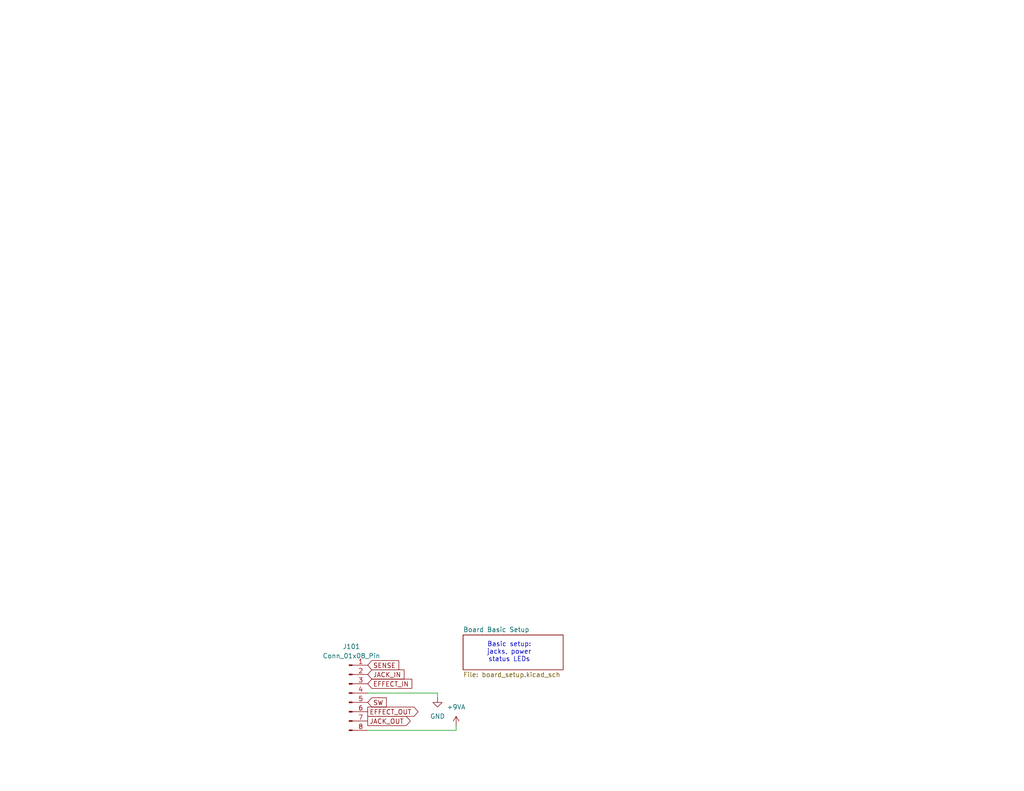
<source format=kicad_sch>
(kicad_sch (version 20250114) (generator "eeschema") (generator_version "9.0")
  (paper "USLetter")
  (lib_symbols
    (symbol "Connector:Conn_01x08_Pin" (pin_names (offset 1.016) (hide yes))
      (property "Reference" "J" (at 0 10.16 0))
      (property "Value" "Conn_01x08_Pin" (at 0 -12.7 0))
      (symbol "Conn_01x08_Pin_1_1"
        (rectangle (start 0.8636 7.747) (end 0 7.493) (stroke (width 0.1524)) (fill (type outline)))
        (rectangle (start 0.8636 5.207) (end 0 4.953) (stroke (width 0.1524)) (fill (type outline)))
        (rectangle (start 0.8636 2.667) (end 0 2.413) (stroke (width 0.1524)) (fill (type outline)))
        (rectangle (start 0.8636 0.127) (end 0 -0.127) (stroke (width 0.1524)) (fill (type outline)))
        (rectangle (start 0.8636 -2.413) (end 0 -2.667) (stroke (width 0.1524)) (fill (type outline)))
        (rectangle (start 0.8636 -4.953) (end 0 -5.207) (stroke (width 0.1524)) (fill (type outline)))
        (rectangle (start 0.8636 -7.493) (end 0 -7.747) (stroke (width 0.1524)) (fill (type outline)))
        (rectangle (start 0.8636 -10.033) (end 0 -10.287) (stroke (width 0.1524)) (fill (type outline)))
        (polyline (pts (xy 1.27 7.62) (xy 0.8636 7.62)) (stroke (width 0.1524)))
        (polyline (pts (xy 1.27 5.08) (xy 0.8636 5.08)) (stroke (width 0.1524)))
        (polyline (pts (xy 1.27 2.54) (xy 0.8636 2.54)) (stroke (width 0.1524)))
        (polyline (pts (xy 1.27 0) (xy 0.8636 0)) (stroke (width 0.1524)))
        (polyline (pts (xy 1.27 -2.54) (xy 0.8636 -2.54)) (stroke (width 0.1524)))
        (polyline (pts (xy 1.27 -5.08) (xy 0.8636 -5.08)) (stroke (width 0.1524)))
        (polyline (pts (xy 1.27 -7.62) (xy 0.8636 -7.62)) (stroke (width 0.1524)))
        (polyline (pts (xy 1.27 -10.16) (xy 0.8636 -10.16)) (stroke (width 0.1524)))
        (pin passive line (at 5.08 7.62 180) (length 3.81) (name "Pin_1") (number "1"))
        (pin passive line (at 5.08 5.08 180) (length 3.81) (name "Pin_2") (number "2"))
        (pin passive line (at 5.08 2.54 180) (length 3.81) (name "Pin_3") (number "3"))
        (pin passive line (at 5.08 0 180) (length 3.81) (name "Pin_4") (number "4"))
        (pin passive line (at 5.08 -2.54 180) (length 3.81) (name "Pin_5") (number "5"))
        (pin passive line (at 5.08 -5.08 180) (length 3.81) (name "Pin_6") (number "6"))
        (pin passive line (at 5.08 -7.62 180) (length 3.81) (name "Pin_7") (number "7"))
        (pin passive line (at 5.08 -10.16 180) (length 3.81) (name "Pin_8") (number "8"))
      )
    )
    (symbol "power:+9VA" (power) (pin_numbers (hide yes)) (pin_names (offset 0) (hide yes))
      (property "Value" "+9VA" (at 0 3.556 0))
      (symbol "+9VA_0_1"
        (polyline (pts (xy -0.762 1.27) (xy 0 2.54)))
        (polyline (pts (xy 0 2.54) (xy 0.762 1.27)))
        (polyline (pts (xy 0 0) (xy 0 2.54)))
      )
      (symbol "+9VA_1_1"
        (pin power_in line (at 0 0 90) (length 0) (name "~") (number "1"))
      )
    )
    (symbol "power:GND" (power) (pin_numbers (hide yes)) (pin_names (offset 0) (hide yes))
      (property "Value" "GND" (at 0 -3.81 0))
      (symbol "GND_0_1"
        (polyline (pts (xy 0 0) (xy 0 -1.27) (xy 1.27 -1.27) (xy 0 -2.54) (xy -1.27 -1.27) (xy 0 -1.27)))
      )
      (symbol "GND_1_1"
        (pin power_in line (at 0 0 270) (length 0) (name "~") (number "1"))
      )
    )
  )
  (text "Basic setup:\njacks, power\nstatus LEDs\n" (at 138.938 178.054 0) (effects (font (size 1.27 1.27))))
  (wire (pts (xy 124.46 199.39) (xy 100.33 199.39)))
  (wire (pts (xy 119.38 189.23) (xy 100.33 189.23)))
  (wire (pts (xy 119.38 190.5) (xy 119.38 189.23)))
  (wire (pts (xy 124.46 198.12) (xy 124.46 199.39)))
  (global_label "JACK_OUT" (shape output) (at 100.33 196.85 0) (property "Intersheetrefs" "${INTERSHEET_REFS}" (effects (hide yes))))
  (global_label "JACK_IN" (shape input) (at 100.33 184.15 0) (property "Intersheetrefs" "${INTERSHEET_REFS}" (effects (hide yes))))
  (global_label "SENSE" (shape input) (at 100.33 181.61 0) (property "Intersheetrefs" "${INTERSHEET_REFS}" (effects (hide yes))))
  (global_label "EFFECT_IN" (shape input) (at 100.33 186.69 0) (property "Intersheetrefs" "${INTERSHEET_REFS}" (effects (hide yes))))
  (global_label "EFFECT_OUT" (shape output) (at 100.33 194.31 0) (property "Intersheetrefs" "${INTERSHEET_REFS}" (effects (hide yes))))
  (global_label "SW" (shape input) (at 100.33 191.77 0) (property "Intersheetrefs" "${INTERSHEET_REFS}" (effects (hide yes))))
  (symbol (lib_id "Connector:Conn_01x08_Pin") (at 95.25 189.23 0) (unit 1)
    (property "Reference" "J101" (at 95.885 176.53 0))
    (property "Value" "Conn_01x08_Pin" (at 95.885 179.07 0))
    (property "Footprint" "Connector_PinSocket_2.54mm:PinSocket_1x08_P2.54mm_Vertical" (effects (hide yes)))
    (property "Description" "Generic connector, single row, 01x08, script generated" (effects (hide yes)))
  )
  (symbol (lib_id "power:+9VA") (at 124.46 198.12 0) (unit 1)
    (property "Reference" "#PWR0103" (effects (hide yes)))
    (property "Value" "+9VA" (at 124.46 193.04 0))
    (property "Description" "Power symbol creates a global label with name \"+9VA\"" (effects (hide yes)))
  )
  (symbol (lib_id "power:GND") (at 119.38 190.5 0) (unit 1)
    (property "Reference" "#PWR0102" (effects (hide yes)))
    (property "Value" "GND" (at 119.38 195.58 0))
    (property "Description" "Power symbol creates a global label with name \"GND\" , ground" (effects (hide yes)))
  )
  (sheet (at 126.365 173.355) (size 27.305 9.525) (stroke (width 0.1524))
    (property "Sheetname" "Board Basic Setup" (at 126.365 172.6434 0) (effects (justify left bottom)))
    (property "Sheetfile" "board_setup.kicad_sch" (at 126.365 183.4646 0) (effects (justify left top)))
  )
)
</source>
